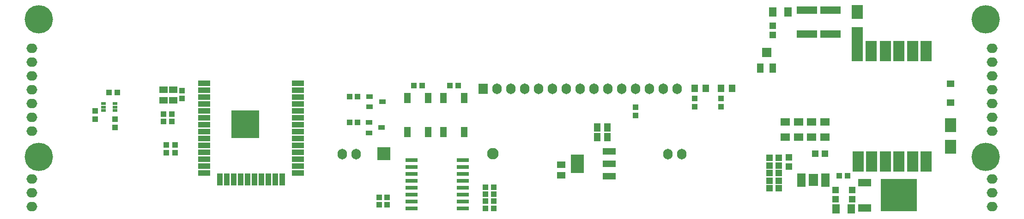
<source format=gbr>
G04 DipTrace 3.1.0.1*
G04 Bottom-Clock-IN12e.TopMask.gbr*
%MOIN*%
G04 #@! TF.FileFunction,Soldermask,Top*
G04 #@! TF.Part,Single*
%ADD81R,0.067087X0.086772*%
%ADD83R,0.06315X0.019843*%
%ADD85R,0.037559X0.02378*%
%ADD87R,0.092677X0.135984*%
%ADD89R,0.092677X0.045433*%
%ADD91R,0.086772X0.031654*%
%ADD93R,0.204882X0.204882*%
%ADD95R,0.039528X0.086772*%
%ADD97R,0.086772X0.039528*%
%ADD99R,0.047402X0.074961*%
%ADD101R,0.071024X0.071024*%
%ADD103R,0.051339X0.071024*%
%ADD105R,0.055276X0.071024*%
%ADD107R,0.04937X0.033622*%
%ADD109C,0.145827*%
%ADD111C,0.204882*%
%ADD113R,0.26X0.236378*%
%ADD115R,0.094646X0.055276*%
%ADD117R,0.078898X0.145827*%
%ADD119C,0.082835*%
%ADD121R,0.094646X0.094646*%
%ADD123O,0.078031X0.068031*%
%ADD125O,0.068031X0.078031*%
%ADD127R,0.068031X0.073031*%
%ADD129O,0.068031X0.078031*%
%ADD131R,0.078898X0.10252*%
%ADD133R,0.055276X0.047402*%
%ADD135R,0.047402X0.057244*%
%ADD137R,0.145827X0.055276*%
%ADD139R,0.047402X0.051339*%
%ADD141R,0.051339X0.047402*%
%ADD143R,0.071024X0.055276*%
%ADD145R,0.051339X0.059213*%
%ADD147R,0.039528X0.039528*%
%ADD149R,0.059213X0.051339*%
%FSLAX26Y26*%
G04*
G70*
G90*
G75*
G01*
G04 TopMask*
%LPD*%
D149*
X1421575Y1256220D3*
Y1331024D3*
X1492441Y1256220D3*
Y1331024D3*
D147*
X1555433Y1268031D3*
Y1327087D3*
X3803465Y523937D3*
X3744409D3*
X1421575Y1102677D3*
X1480630D3*
X1441260Y933386D3*
Y874331D3*
X3488504Y1362520D3*
X3547559D3*
X3228661D3*
X3287717D3*
D145*
X4551496Y988504D3*
X4626299D3*
D149*
X4291654Y712913D3*
Y787717D3*
D147*
X1071181Y1059370D3*
Y1118425D3*
D145*
X4551496Y1059370D3*
X4626299D3*
D147*
X929449Y1118425D3*
Y1177480D3*
D143*
X5909764Y1098740D3*
Y988504D3*
X6004252Y1098740D3*
Y988504D3*
X6098740Y1098740D3*
Y988504D3*
X6193228Y1098740D3*
Y988504D3*
D141*
X5795591Y673543D3*
X5862520D3*
X5795591Y838898D3*
X5862520D3*
X5795591Y783780D3*
X5862520D3*
D139*
X6271969Y539685D3*
Y606614D3*
D147*
X6358583Y708976D3*
X6299528D3*
D137*
X6063307Y1736535D3*
Y1909764D3*
X6236535Y1736535D3*
Y1909764D3*
D135*
X5256220Y1342835D3*
X5334961D3*
X5445197D3*
X5523937D3*
D133*
X7102677Y1240472D3*
Y1374331D3*
D131*
Y1075118D3*
Y917643D3*
X6429449Y1894016D3*
Y1736541D3*
D129*
X3828268Y1338898D3*
X4228268D3*
X4128268D3*
X4028268D3*
X3928268D3*
D127*
X3728268D3*
D125*
X4328268Y1337717D3*
X4428268D3*
X4828268Y1338898D3*
X4728268D3*
D123*
X472756Y1531417D3*
Y1631417D3*
Y1331417D3*
Y1431417D3*
Y1131417D3*
Y1031417D3*
Y1231417D3*
Y684567D3*
Y484567D3*
Y584567D3*
D125*
X2812520Y866457D3*
X2712520D3*
X5162126D3*
X5062126D3*
D123*
X7401890Y1531417D3*
Y1631417D3*
Y1331417D3*
Y1431417D3*
Y1131417D3*
Y1031417D3*
Y1231417D3*
Y684961D3*
Y484567D3*
Y584567D3*
D121*
X3010157Y870394D3*
D119*
X3797559D3*
D125*
X5028268Y1338898D3*
X5128268D3*
X4928268D3*
D117*
X6433386Y811339D3*
X6531811D3*
X6630236D3*
X6728661D3*
X6827087D3*
X6925512D3*
Y1610551D3*
X6827087D3*
X6728661D3*
X6630236D3*
X6527874D3*
X6429449D3*
D115*
X6480630Y657795D3*
D113*
X6728661Y567244D3*
D115*
X6480630Y476693D3*
D111*
X520000Y1842835D3*
Y846772D3*
X7354646Y1842835D3*
Y846772D3*
D109*
X2000315Y1082992D3*
D107*
X2905827Y1094803D3*
Y1020000D3*
X2996378Y1057402D3*
X2909764Y1283780D3*
Y1208976D3*
X3000315Y1246378D3*
D147*
X3803465Y626299D3*
X3744409D3*
X2976693Y551496D3*
X3035748D3*
X2976693Y500315D3*
X3035748D3*
X3803465Y575118D3*
X3744409D3*
X3803465Y472756D3*
X3744409D3*
X1421575Y1153858D3*
X1480630D3*
X1504252Y933386D3*
Y874331D3*
X2823150Y1094803D3*
X2764094D3*
X2823150Y1283780D3*
X2764094D3*
X5256220Y1268031D3*
Y1208976D3*
X5445197Y1268031D3*
Y1208976D3*
X1086929Y1311339D3*
X1027874D3*
X4827087Y1205039D3*
Y1145984D3*
D141*
X5795591Y618425D3*
X5862520D3*
X6126299Y870394D3*
X6193228D3*
D139*
X5933386Y775906D3*
Y842835D3*
X6390079Y606614D3*
Y539685D3*
D105*
X6275906Y468819D3*
X6386142D3*
X5819213Y1894016D3*
X5929449D3*
D139*
X5819213Y1728661D3*
Y1795591D3*
D141*
X5795591Y728661D3*
X5862520D3*
D103*
X5819213Y1488504D3*
D101*
X5773937Y1602677D3*
D103*
X5728661Y1488504D3*
D99*
X3441260Y1271969D3*
Y1023937D3*
X3590866D3*
Y1271969D3*
X3181417D3*
Y1023937D3*
X3331024D3*
Y1271969D3*
D125*
X4528268Y1338898D3*
X4628268D3*
D97*
X1715669Y1378268D3*
Y1328268D3*
Y1278268D3*
Y1228268D3*
Y1178268D3*
Y1128268D3*
Y1078268D3*
Y1028268D3*
Y978268D3*
Y928268D3*
Y878268D3*
Y828268D3*
Y778268D3*
Y728268D3*
D95*
X1829449Y683780D3*
X1879449D3*
X1929449D3*
X1979449D3*
X2029449D3*
X2079449D3*
X2129449D3*
X2179449D3*
X2229449D3*
X2279449D3*
D97*
X2392835Y728268D3*
Y778268D3*
Y828268D3*
Y878268D3*
Y928268D3*
Y978268D3*
Y1028268D3*
Y1078268D3*
Y1128268D3*
Y1178268D3*
Y1228268D3*
Y1278268D3*
Y1328268D3*
Y1378268D3*
D93*
X2010945Y1081417D3*
D91*
X3582992Y473150D3*
Y523150D3*
Y573150D3*
Y623150D3*
Y673150D3*
Y723150D3*
Y773150D3*
Y823150D3*
X3212913D3*
Y773150D3*
Y723150D3*
Y673150D3*
Y623150D3*
Y573150D3*
Y523150D3*
Y473150D3*
D89*
X4638110Y705039D3*
Y795591D3*
Y886142D3*
D87*
X4409764Y795591D3*
D85*
X1071181Y1181417D3*
Y1207008D3*
Y1232598D3*
X988504Y1181417D3*
Y1232598D3*
Y1207008D3*
D83*
X6023937Y716850D3*
Y697165D3*
Y677480D3*
Y657795D3*
Y638110D3*
X6197165D3*
Y657795D3*
Y677480D3*
Y697165D3*
Y716850D3*
D81*
X6110551Y677480D3*
M02*

</source>
